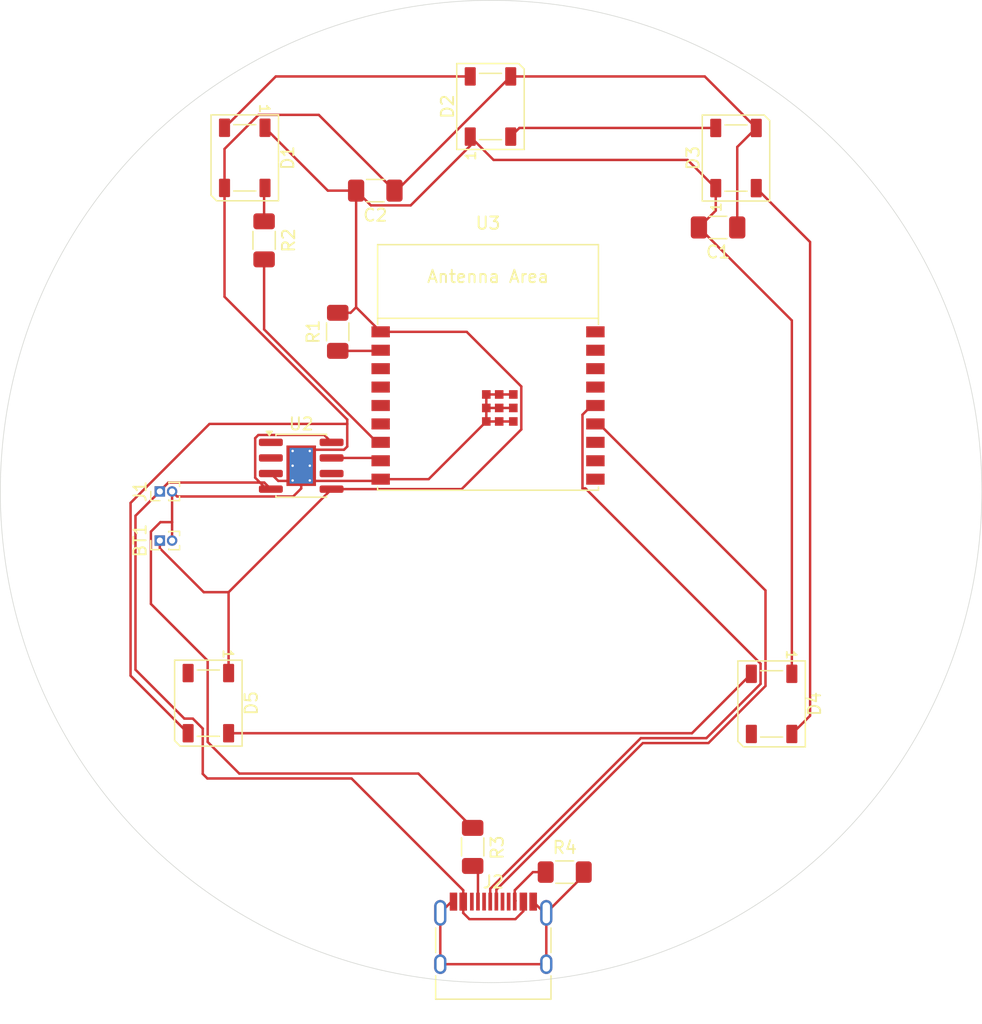
<source format=kicad_pcb>
(kicad_pcb (version 20241229) (generator "pcbnew") (generator_version "9.0")
  (layers (0 "F.Cu" signal) (2 "B.Cu" signal) (13 "F.Paste" user) (15 "B.Paste" user) (5 "F.SilkS" user "F.Silkscreen") (7 "B.SilkS" user "B.Silkscreen") (1 "F.Mask" user) (3 "B.Mask" user) (25 "Edge.Cuts" user))
  (net 0 "")
  (net 1 "/VBAT")
  (net 2 "GND")
  (net 3 "Net-(D1-DOUT)")
  (net 4 "Net-(D1-DIN)")
  (net 5 "Net-(D2-DOUT)")
  (net 6 "Net-(D3-DOUT)")
  (net 7 "Net-(D4-DOUT)")
  (net 9 "/5V_IN")
  (net 10 "/LEDS")
  (net 11 "/CHRG")
  (net 15 "Net-(J2-CC1)")
  (net 16 "/USB_D+")
  (net 18 "Net-(J2-CC2)")
  (net 19 "/USB_D-")
  (net 21 "Net-(U3-EN{slash}CHIP_PU)")
  (footprint "Espressif:ESP32-C3-WROOM-02" (layer "F.Cu") (at 149.75 92.9)
    (property "Reference" "U3" (at 0 -14.75 0) (layer "F.SilkS"))
    (property "Value" "ESP32-C3-WROOM-02")
    (fp_line (start -9 -13) (end -9 -6.5) (stroke (width 0.12)) (layer "F.SilkS"))
    (fp_line (start -9 -13) (end 9 -13) (stroke (width 0.12)) (layer "F.SilkS"))
    (fp_line (start -9 7) (end -9 6.75) (stroke (width 0.12)) (layer "F.SilkS"))
    (fp_line (start 9 -13) (end 9 -6.5) (stroke (width 0.12)) (layer "F.SilkS"))
    (fp_line (start 9 -7) (end -8.95 -7) (stroke (width 0.12)) (layer "F.SilkS"))
    (fp_line (start 9 6.75) (end 9 7) (stroke (width 0.12)) (layer "F.SilkS"))
    (fp_line (start 9 7) (end -9 7) (stroke (width 0.12)) (layer "F.SilkS"))
    (fp_text user "Antenna Area" (at 0 -10.4 0) (layer "F.SilkS"))
    (pad "1" smd rect (at -8.75 -5.9) (size 1.5 0.9) (layers "F.Cu" "F.Mask" "F.Paste") (net 1 "/VBAT"))
    (pad "2" smd rect (at -8.75 -4.4) (size 1.5 0.9) (layers "F.Cu" "F.Mask" "F.Paste") (net 21 "Net-(U3-EN{slash}CHIP_PU)"))
    (pad "3" smd rect (at -8.75 -2.9) (size 1.5 0.9) (layers "F.Cu" "F.Mask" "F.Paste"))
    (pad "4" smd rect (at -8.75 -1.4) (size 1.5 0.9) (layers "F.Cu" "F.Mask" "F.Paste"))
    (pad "5" smd rect (at -8.75 0.1) (size 1.5 0.9) (layers "F.Cu" "F.Mask" "F.Paste"))
    (pad "6" smd rect (at -8.75 1.6) (size 1.5 0.9) (layers "F.Cu" "F.Mask" "F.Paste"))
    (pad "7" smd rect (at -8.75 3.1) (size 1.5 0.9) (layers "F.Cu" "F.Mask" "F.Paste") (net 10 "/LEDS"))
    (pad "8" smd rect (at -8.75 4.6) (size 1.5 0.9) (layers "F.Cu" "F.Mask" "F.Paste") (net 11 "/CHRG"))
    (pad "9" smd rect (at -8.75 6.1) (size 1.5 0.9) (layers "F.Cu" "F.Mask" "F.Paste") (net 2 "GND"))
    (pad "10" smd rect (at 8.75 6.1 180) (size 1.5 0.9) (layers "F.Cu" "F.Mask" "F.Paste"))
    (pad "11" smd rect (at 8.75 4.6 180) (size 1.5 0.9) (layers "F.Cu" "F.Mask" "F.Paste"))
    (pad "12" smd rect (at 8.75 3.1 180) (size 1.5 0.9) (layers "F.Cu" "F.Mask" "F.Paste"))
    (pad "13" smd rect (at 8.75 1.6 180) (size 1.5 0.9) (layers "F.Cu" "F.Mask" "F.Paste") (net 19 "/USB_D-"))
    (pad "14" smd rect (at 8.75 0.1 180) (size 1.5 0.9) (layers "F.Cu" "F.Mask" "F.Paste") (net 16 "/USB_D+"))
    (pad "15" smd rect (at 8.75 -1.4 180) (size 1.5 0.9) (layers "F.Cu" "F.Mask" "F.Paste"))
    (pad "16" smd rect (at 8.75 -2.9 180) (size 1.5 0.9) (layers "F.Cu" "F.Mask" "F.Paste"))
    (pad "17" smd rect (at 8.75 -4.4 180) (size 1.5 0.9) (layers "F.Cu" "F.Mask" "F.Paste"))
    (pad "18" smd rect (at 8.75 -5.9 180) (size 1.5 0.9) (layers "F.Cu" "F.Mask" "F.Paste"))
    (pad "19" smd rect (at -0.14 -0.8 180) (size 0.7 0.7) (layers "F.Cu" "F.Mask" "F.Paste") (net 2 "GND"))
    (pad "19" smd rect (at -0.14 0.3 180) (size 0.7 0.7) (layers "F.Cu" "F.Mask" "F.Paste") (net 2 "GND"))
    (pad "19" smd rect (at -0.14 1.4 180) (size 0.7 0.7) (layers "F.Cu" "F.Mask" "F.Paste") (net 2 "GND"))
    (pad "19" smd rect (at 0.91 -0.8 180) (size 0.7 0.7) (layers "F.Cu" "F.Mask" "F.Paste") (net 2 "GND"))
    (pad "19" smd rect (at 0.91 0.3 180) (size 0.7 0.7) (layers "F.Cu" "F.Mask" "F.Paste") (net 2 "GND"))
    (pad "19" smd rect (at 0.91 1.4 180) (size 0.7 0.7) (layers "F.Cu" "F.Mask" "F.Paste") (net 2 "GND"))
    (pad "19" smd rect (at 2.06 -0.8 180) (size 0.7 0.7) (layers "F.Cu" "F.Mask" "F.Paste") (net 2 "GND"))
    (pad "19" smd rect (at 2.06 0.3 180) (size 0.7 0.7) (layers "F.Cu" "F.Mask" "F.Paste") (net 2 "GND"))
    (pad "19" smd rect (at 2.06 1.4 180) (size 0.7 0.7) (layers "F.Cu" "F.Mask" "F.Paste") (net 2 "GND"))
  )
  (footprint "Connector_PinHeader_1.00mm:PinHeader_1x02_P1.00mm_Vertical" (layer "F.Cu") (at 123 104 90)
    (property "Reference" "BT1" (at 0 -1.61 90) (layer "F.SilkS"))
    (property "Value" "Battery_Cell")
    (fp_line (start -0.745 -0.735) (end 0 -0.735) (stroke (width 0.12)) (layer "F.SilkS"))
    (fp_line (start -0.745 0) (end -0.745 -0.735) (stroke (width 0.12)) (layer "F.SilkS"))
    (fp_line (start 0.745 0.735) (end 0.745 1.61) (stroke (width 0.12)) (layer "F.SilkS"))
    (fp_line (start 0.685565 0.735) (end 0.745 0.735) (stroke (width 0.12)) (layer "F.SilkS"))
    (fp_line (start -0.745 0.735) (end -0.685565 0.735) (stroke (width 0.12)) (layer "F.SilkS"))
    (fp_line (start -0.745 0.735) (end -0.745 1.61) (stroke (width 0.12)) (layer "F.SilkS"))
    (fp_line (start 0.41003 1.61) (end 0.745 1.61) (stroke (width 0.12)) (layer "F.SilkS"))
    (fp_line (start -0.745 1.61) (end -0.41003 1.61) (stroke (width 0.12)) (layer "F.SilkS"))
    (pad "1" thru_hole rect (at 0 0 90) (size 0.85 0.85) (drill 0.5) (layers "*.Cu" "*.Mask") (net 1 "/VBAT"))
    (pad "2" thru_hole circle (at 0 1 90) (size 0.85 0.85) (drill 0.5) (layers "*.Cu" "*.Mask") (net 2 "GND"))
  )
  (footprint "Capacitor_SMD:C_1206_3216Metric_Pad1.33x1.80mm_HandSolder" (layer "F.Cu") (at 168.5 78.5)
    (property "Reference" "C1" (at 0 2 0) (layer "F.SilkS"))
    (property "Value" "100nF" (hide yes))
    (fp_line (start -0.711252 -0.91) (end 0.711252 -0.91) (stroke (width 0.12)) (layer "F.SilkS"))
    (fp_line (start -0.711252 0.91) (end 0.711252 0.91) (stroke (width 0.12)) (layer "F.SilkS"))
    (pad "1" smd roundrect (at -1.5625 0) (size 1.325 1.8) (layers "F.Cu" "F.Mask" "F.Paste") (roundrect_rratio 0.188679) (net 1 "/VBAT"))
    (pad "2" smd roundrect (at 1.5625 0) (size 1.325 1.8) (layers "F.Cu" "F.Mask" "F.Paste") (roundrect_rratio 0.188679) (net 2 "GND"))
  )
  (footprint "LED_SMD:LED_WS2812B_PLCC4_5.0x5.0mm_P3.2mm" (layer "F.Cu") (at 169.960488 72.845884 90)
    (property "Reference" "D3" (at 0 -3.5 90) (layer "F.SilkS"))
    (property "Value" "WS2812B")
    (fp_line (start -3.5 -2.75) (end 3.5 -2.75) (stroke (width 0.12)) (layer "F.SilkS"))
    (fp_line (start -3.5 -2.75) (end -3.5 2.75) (stroke (width 0.12)) (layer "F.SilkS"))
    (fp_line (start 2.7 0.9) (end 2.7 -0.9) (stroke (width 0.12)) (layer "F.SilkS"))
    (fp_line (start -2.7 0.9) (end -2.7 -0.9) (stroke (width 0.12)) (layer "F.SilkS"))
    (fp_line (start 3.5 2.3) (end 3.5 -2.75) (stroke (width 0.12)) (layer "F.SilkS"))
    (fp_line (start 3.05 2.75) (end 3.5 2.3) (stroke (width 0.12)) (layer "F.SilkS"))
    (fp_line (start -3.5 2.75) (end 3.05 2.75) (stroke (width 0.12)) (layer "F.SilkS"))
    (fp_text user "1" (at -4 -1.6 90) (layer "F.SilkS") (effects (font (size 0.8 0.8))))
    (pad "1" smd roundrect (at -2.45 -1.65 90) (size 1.5 0.9) (layers "F.Cu" "F.Mask" "F.Paste") (roundrect_rratio 0.1) (net 1 "/VBAT"))
    (pad "2" smd roundrect (at -2.45 1.65 90) (size 1.5 0.9) (layers "F.Cu" "F.Mask" "F.Paste") (roundrect_rratio 0.1) (net 6 "Net-(D3-DOUT)"))
    (pad "3" smd roundrect (at 2.45 1.65 90) (size 1.5 0.9) (layers "F.Cu" "F.Mask" "F.Paste") (roundrect_rratio 0.1) (net 2 "GND"))
    (pad "4" smd roundrect (at 2.45 -1.65 90) (size 1.5 0.9) (layers "F.Cu" "F.Mask" "F.Paste") (roundrect_rratio 0.1) (net 5 "Net-(D2-DOUT)"))
  )
  (footprint "Package_SO:SOIC-8-1EP_3.9x4.9mm_P1.27mm_EP2.41x3.3mm_ThermalVias" (layer "F.Cu") (at 134.525 97.905)
    (property "Reference" "U2" (at 0 -3.4 0) (layer "F.SilkS"))
    (property "Value" "TP4056-42-ESOP8")
    (fp_line (start -2.06 -2.56) (end 2.06 -2.56) (stroke (width 0.12)) (layer "F.SilkS"))
    (fp_line (start -2.06 -2.465) (end -2.06 -2.56) (stroke (width 0.12)) (layer "F.SilkS"))
    (fp_line (start -2.06 2.56) (end -2.06 2.465) (stroke (width 0.12)) (layer "F.SilkS"))
    (fp_line (start 2.06 -2.56) (end 2.06 -2.465) (stroke (width 0.12)) (layer "F.SilkS"))
    (fp_line (start 2.06 2.465) (end 2.06 2.56) (stroke (width 0.12)) (layer "F.SilkS"))
    (fp_line (start 2.06 2.56) (end -2.06 2.56) (stroke (width 0.12)) (layer "F.SilkS"))
    (fp_poly (pts (xy -2.6 -2.47) (xy -2.84 -2.8) (xy -2.36 -2.8)) (stroke (width 0.12)) (fill yes) (layer "F.SilkS"))
    (pad "1" smd roundrect (at -2.475 -1.905) (size 1.95 0.6) (layers "F.Cu" "F.Mask" "F.Paste"))
    (pad "2" smd roundrect (at -2.475 -0.635) (size 1.95 0.6) (layers "F.Cu" "F.Mask" "F.Paste"))
    (pad "3" smd roundrect (at -2.475 0.635) (size 1.95 0.6) (layers "F.Cu" "F.Mask" "F.Paste") (net 2 "GND"))
    (pad "4" smd roundrect (at -2.475 1.905) (size 1.95 0.6) (layers "F.Cu" "F.Mask" "F.Paste") (net 9 "/5V_IN"))
    (pad "5" smd roundrect (at 2.475 1.905) (size 1.95 0.6) (layers "F.Cu" "F.Mask" "F.Paste") (net 1 "/VBAT"))
    (pad "6" smd roundrect (at 2.475 0.635) (size 1.95 0.6) (layers "F.Cu" "F.Mask" "F.Paste"))
    (pad "7" smd roundrect (at 2.475 -0.635) (size 1.95 0.6) (layers "F.Cu" "F.Mask" "F.Paste") (net 11 "/CHRG"))
    (pad "8" smd roundrect (at 2.475 -1.905) (size 1.95 0.6) (layers "F.Cu" "F.Mask" "F.Paste") (net 9 "/5V_IN"))
    (pad "9" thru_hole circle (at -0.7 -1.2) (size 0.5 0.5) (drill 0.2) (property pad_prop_heatsink) (layers "*.Cu") (net 2 "GND"))
    (pad "9" thru_hole circle (at -0.7 0) (size 0.5 0.5) (drill 0.2) (property pad_prop_heatsink) (layers "*.Cu") (net 2 "GND"))
    (pad "9" thru_hole circle (at -0.7 1.2) (size 0.5 0.5) (drill 0.2) (property pad_prop_heatsink) (layers "*.Cu") (net 2 "GND"))
    (pad "9" smd rect (at 0 0) (size 1.9 2.9) (property pad_prop_heatsink) (layers "B.Cu") (net 2 "GND"))
    (pad "9" smd rect (at 0 0) (size 2.41 3.3) (property pad_prop_heatsink) (layers "F.Cu" "F.Mask") (net 2 "GND"))
    (pad "9" thru_hole circle (at 0.7 -1.2) (size 0.5 0.5) (drill 0.2) (property pad_prop_heatsink) (layers "*.Cu") (net 2 "GND"))
    (pad "9" thru_hole circle (at 0.7 0) (size 0.5 0.5) (drill 0.2) (property pad_prop_heatsink) (layers "*.Cu") (net 2 "GND"))
    (pad "9" thru_hole circle (at 0.7 1.2) (size 0.5 0.5) (drill 0.2) (property pad_prop_heatsink) (layers "*.Cu") (net 2 "GND"))
  )
  (footprint "Resistor_SMD:R_1206_3216Metric_Pad1.30x1.75mm_HandSolder" (layer "F.Cu") (at 131.5 79.55 90)
    (property "Reference" "R2" (at 0 2 90) (layer "F.SilkS"))
    (property "Value" "330Ω" (hide yes))
    (fp_line (start -0.727064 -0.91) (end 0.727064 -0.91) (stroke (width 0.12)) (layer "F.SilkS"))
    (fp_line (start -0.727064 0.91) (end 0.727064 0.91) (stroke (width 0.12)) (layer "F.SilkS"))
    (pad "1" smd roundrect (at -1.55 0 90) (size 1.3 1.75) (layers "F.Cu" "F.Mask" "F.Paste") (roundrect_rratio 0.192308) (net 10 "/LEDS"))
    (pad "2" smd roundrect (at 1.55 0 90) (size 1.3 1.75) (layers "F.Cu" "F.Mask" "F.Paste") (roundrect_rratio 0.192308) (net 4 "Net-(D1-DIN)"))
  )
  (footprint "LED_SMD:LED_WS2812B_PLCC4_5.0x5.0mm_P3.2mm" (layer "F.Cu") (at 129.923864 72.829689 -90)
    (property "Reference" "D1" (at 0 -3.5 90) (layer "F.SilkS"))
    (property "Value" "WS2812B")
    (fp_line (start -3.5 2.75) (end 3.05 2.75) (stroke (width 0.12)) (layer "F.SilkS"))
    (fp_line (start 3.05 2.75) (end 3.5 2.3) (stroke (width 0.12)) (layer "F.SilkS"))
    (fp_line (start 3.5 2.3) (end 3.5 -2.75) (stroke (width 0.12)) (layer "F.SilkS"))
    (fp_line (start -2.7 0.9) (end -2.7 -0.9) (stroke (width 0.12)) (layer "F.SilkS"))
    (fp_line (start 2.7 0.9) (end 2.7 -0.9) (stroke (width 0.12)) (layer "F.SilkS"))
    (fp_line (start -3.5 -2.75) (end -3.5 2.75) (stroke (width 0.12)) (layer "F.SilkS"))
    (fp_line (start -3.5 -2.75) (end 3.5 -2.75) (stroke (width 0.12)) (layer "F.SilkS"))
    (fp_text user "1" (at -4 -1.6 270) (layer "F.SilkS") (effects (font (size 0.8 0.8))))
    (pad "1" smd roundrect (at -2.45 -1.65 270) (size 1.5 0.9) (layers "F.Cu" "F.Mask" "F.Paste") (roundrect_rratio 0.1) (net 1 "/VBAT"))
    (pad "2" smd roundrect (at -2.45 1.65 270) (size 1.5 0.9) (layers "F.Cu" "F.Mask" "F.Paste") (roundrect_rratio 0.1) (net 3 "Net-(D1-DOUT)"))
    (pad "3" smd roundrect (at 2.45 1.65 270) (size 1.5 0.9) (layers "F.Cu" "F.Mask" "F.Paste") (roundrect_rratio 0.1) (net 2 "GND"))
    (pad "4" smd roundrect (at 2.45 -1.65 270) (size 1.5 0.9) (layers "F.Cu" "F.Mask" "F.Paste") (roundrect_rratio 0.1) (net 4 "Net-(D1-DIN)"))
  )
  (footprint "LED_SMD:LED_WS2812B_PLCC4_5.0x5.0mm_P3.2mm" (layer "F.Cu") (at 149.95 68.65 90)
    (property "Reference" "D2" (at 0 -3.5 90) (layer "F.SilkS"))
    (property "Value" "WS2812B")
    (fp_line (start -3.5 -2.75) (end 3.5 -2.75) (stroke (width 0.12)) (layer "F.SilkS"))
    (fp_line (start -3.5 -2.75) (end -3.5 2.75) (stroke (width 0.12)) (layer "F.SilkS"))
    (fp_line (start 2.7 0.9) (end 2.7 -0.9) (stroke (width 0.12)) (layer "F.SilkS"))
    (fp_line (start -2.7 0.9) (end -2.7 -0.9) (stroke (width 0.12)) (layer "F.SilkS"))
    (fp_line (start 3.5 2.3) (end 3.5 -2.75) (stroke (width 0.12)) (layer "F.SilkS"))
    (fp_line (start 3.05 2.75) (end 3.5 2.3) (stroke (width 0.12)) (layer "F.SilkS"))
    (fp_line (start -3.5 2.75) (end 3.05 2.75) (stroke (width 0.12)) (layer "F.SilkS"))
    (fp_text user "1" (at -4 -1.6 90) (layer "F.SilkS") (effects (font (size 0.8 0.8))))
    (pad "1" smd roundrect (at -2.45 -1.65 90) (size 1.5 0.9) (layers "F.Cu" "F.Mask" "F.Paste") (roundrect_rratio 0.1) (net 1 "/VBAT"))
    (pad "2" smd roundrect (at -2.45 1.65 90) (size 1.5 0.9) (layers "F.Cu" "F.Mask" "F.Paste") (roundrect_rratio 0.1) (net 5 "Net-(D2-DOUT)"))
    (pad "3" smd roundrect (at 2.45 1.65 90) (size 1.5 0.9) (layers "F.Cu" "F.Mask" "F.Paste") (roundrect_rratio 0.1) (net 2 "GND"))
    (pad "4" smd roundrect (at 2.45 -1.65 90) (size 1.5 0.9) (layers "F.Cu" "F.Mask" "F.Paste") (roundrect_rratio 0.1) (net 3 "Net-(D1-DOUT)"))
  )
  (footprint "Connector_USB:USB_C_Receptacle_HRO_TYPE-C-31-M-12" (layer "F.Cu") (at 150.18 137.45)
    (property "Reference" "J2" (at 0 -5.645 0) (layer "F.SilkS"))
    (property "Value" "USB_C_Receptacle_USB2.0_14P")
    (fp_line (start -4.7 -1.9) (end -4.7 0.1) (stroke (width 0.12)) (layer "F.SilkS"))
    (fp_line (start -4.7 2) (end -4.7 3.9) (stroke (width 0.12)) (layer "F.SilkS"))
    (fp_line (start -4.7 3.9) (end 4.7 3.9) (stroke (width 0.12)) (layer "F.SilkS"))
    (fp_line (start 4.7 -1.9) (end 4.7 0.1) (stroke (width 0.12)) (layer "F.SilkS"))
    (fp_line (start 4.7 2) (end 4.7 3.9) (stroke (width 0.12)) (layer "F.SilkS"))
    (pad "" np_thru_hole circle (at -2.89 -2.6) (size 0.65 0.65) (drill 0.65) (layers "*.Cu" "*.Mask"))
    (pad "" np_thru_hole circle (at 2.89 -2.6) (size 0.65 0.65) (drill 0.65) (layers "*.Cu" "*.Mask"))
    (pad "A1" smd rect (at -3.25 -4.045) (size 0.6 1.45) (layers "F.Cu" "F.Mask" "F.Paste") (net 2 "GND"))
    (pad "A4" smd rect (at -2.45 -4.045) (size 0.6 1.45) (layers "F.Cu" "F.Mask" "F.Paste") (net 9 "/5V_IN"))
    (pad "A5" smd rect (at -1.25 -4.045) (size 0.3 1.45) (layers "F.Cu" "F.Mask" "F.Paste") (net 15 "Net-(J2-CC1)"))
    (pad "A6" smd rect (at -0.25 -4.045) (size 0.3 1.45) (layers "F.Cu" "F.Mask" "F.Paste") (net 16 "/USB_D+"))
    (pad "A7" smd rect (at 0.25 -4.045) (size 0.3 1.45) (layers "F.Cu" "F.Mask" "F.Paste") (net 19 "/USB_D-"))
    (pad "A8" smd rect (at 1.25 -4.045) (size 0.3 1.45) (layers "F.Cu" "F.Mask" "F.Paste"))
    (pad "A9" smd rect (at 2.45 -4.045) (size 0.6 1.45) (layers "F.Cu" "F.Mask" "F.Paste") (net 9 "/5V_IN"))
    (pad "A12" smd rect (at 3.25 -4.045) (size 0.6 1.45) (layers "F.Cu" "F.Mask" "F.Paste") (net 2 "GND"))
    (pad "B1" smd rect (at 3.25 -4.045) (size 0.6 1.45) (layers "F.Cu" "F.Mask" "F.Paste") (net 2 "GND"))
    (pad "B4" smd rect (at 2.45 -4.045) (size 0.6 1.45) (layers "F.Cu" "F.Mask" "F.Paste") (net 9 "/5V_IN"))
    (pad "B5" smd rect (at 1.75 -4.045) (size 0.3 1.45) (layers "F.Cu" "F.Mask" "F.Paste") (net 18 "Net-(J2-CC2)"))
    (pad "B6" smd rect (at 0.75 -4.045) (size 0.3 1.45) (layers "F.Cu" "F.Mask" "F.Paste"))
    (pad "B7" smd rect (at -0.75 -4.045) (size 0.3 1.45) (layers "F.Cu" "F.Mask" "F.Paste"))
    (pad "B8" smd rect (at -1.75 -4.045) (size 0.3 1.45) (layers "F.Cu" "F.Mask" "F.Paste"))
    (pad "B9" smd rect (at -2.45 -4.045) (size 0.6 1.45) (layers "F.Cu" "F.Mask" "F.Paste") (net 9 "/5V_IN"))
    (pad "B12" smd rect (at -3.25 -4.045) (size 0.6 1.45) (layers "F.Cu" "F.Mask" "F.Paste") (net 2 "GND"))
    (pad "S1" thru_hole oval (at -4.32 -3.13) (size 1 2.1) (drill oval 0.6 1.7) (property pad_prop_heatsink) (layers "*.Cu" "*.Mask") (net 2 "GND"))
    (pad "S1" thru_hole oval (at -4.32 1.05) (size 1 1.6) (drill oval 0.6 1.2) (property pad_prop_heatsink) (layers "*.Cu" "*.Mask") (net 2 "GND"))
    (pad "S1" thru_hole oval (at 4.32 -3.13) (size 1 2.1) (drill oval 0.6 1.7) (property pad_prop_heatsink) (layers "*.Cu" "*.Mask") (net 2 "GND"))
    (pad "S1" thru_hole oval (at 4.32 1.05) (size 1 1.6) (drill oval 0.6 1.2) (property pad_prop_heatsink) (layers "*.Cu" "*.Mask") (net 2 "GND"))
  )
  (footprint "LED_SMD:LED_WS2812B_PLCC4_5.0x5.0mm_P3.2mm" (layer "F.Cu") (at 126.956373 117.240339 -90)
    (property "Reference" "D5" (at 0 -3.5 90) (layer "F.SilkS"))
    (property "Value" "WS2812B")
    (fp_line (start -3.5 2.75) (end 3.05 2.75) (stroke (width 0.12)) (layer "F.SilkS"))
    (fp_line (start 3.05 2.75) (end 3.5 2.3) (stroke (width 0.12)) (layer "F.SilkS"))
    (fp_line (start 3.5 2.3) (end 3.5 -2.75) (stroke (width 0.12)) (layer "F.SilkS"))
    (fp_line (start -2.7 0.9) (end -2.7 -0.9) (stroke (width 0.12)) (layer "F.SilkS"))
    (fp_line (start 2.7 0.9) (end 2.7 -0.9) (stroke (width 0.12)) (layer "F.SilkS"))
    (fp_line (start -3.5 -2.75) (end -3.5 2.75) (stroke (width 0.12)) (layer "F.SilkS"))
    (fp_line (start -3.5 -2.75) (end 3.5 -2.75) (stroke (width 0.12)) (layer "F.SilkS"))
    (fp_text user "1" (at -4 -1.6 270) (layer "F.SilkS") (effects (font (size 0.8 0.8))))
    (pad "1" smd roundrect (at -2.45 -1.65 270) (size 1.5 0.9) (layers "F.Cu" "F.Mask" "F.Paste") (roundrect_rratio 0.1) (net 1 "/VBAT"))
    (pad "2" smd roundrect (at -2.45 1.65 270) (size 1.5 0.9) (layers "F.Cu" "F.Mask" "F.Paste") (roundrect_rratio 0.1))
    (pad "3" smd roundrect (at 2.45 1.65 270) (size 1.5 0.9) (layers "F.Cu" "F.Mask" "F.Paste") (roundrect_rratio 0.1) (net 2 "GND"))
    (pad "4" smd roundrect (at 2.45 -1.65 270) (size 1.5 0.9) (layers "F.Cu" "F.Mask" "F.Paste") (roundrect_rratio 0.1) (net 7 "Net-(D4-DOUT)"))
  )
  (footprint "Resistor_SMD:R_1206_3216Metric_Pad1.30x1.75mm_HandSolder" (layer "F.Cu") (at 156 131)
    (property "Reference" "R4" (at 0 -2 180) (layer "F.SilkS"))
    (property "Value" "5.1k" (hide yes))
    (fp_line (start -0.727064 -0.91) (end 0.727064 -0.91) (stroke (width 0.12)) (layer "F.SilkS"))
    (fp_line (start -0.727064 0.91) (end 0.727064 0.91) (stroke (width 0.12)) (layer "F.SilkS"))
    (pad "1" smd roundrect (at -1.55 0) (size 1.3 1.75) (layers "F.Cu" "F.Mask" "F.Paste") (roundrect_rratio 0.192308) (net 18 "Net-(J2-CC2)"))
    (pad "2" smd roundrect (at 1.55 0) (size 1.3 1.75) (layers "F.Cu" "F.Mask" "F.Paste") (roundrect_rratio 0.192308) (net 2 "GND"))
  )
  (footprint "Resistor_SMD:R_1206_3216Metric_Pad1.30x1.75mm_HandSolder" (layer "F.Cu") (at 137.5 87 -90)
    (property "Reference" "R1" (at 0 2 90) (layer "F.SilkS"))
    (property "Value" "10kΩ" (hide yes))
    (fp_line (start -0.727064 0.91) (end 0.727064 0.91) (stroke (width 0.12)) (layer "F.SilkS"))
    (fp_line (start -0.727064 -0.91) (end 0.727064 -0.91) (stroke (width 0.12)) (layer "F.SilkS"))
    (pad "1" smd roundrect (at -1.55 0 270) (size 1.3 1.75) (layers "F.Cu" "F.Mask" "F.Paste") (roundrect_rratio 0.192308) (net 1 "/VBAT"))
    (pad "2" smd roundrect (at 1.55 0 270) (size 1.3 1.75) (layers "F.Cu" "F.Mask" "F.Paste") (roundrect_rratio 0.192308) (net 21 "Net-(U3-EN{slash}CHIP_PU)"))
  )
  (footprint "LED_SMD:LED_WS2812B_PLCC4_5.0x5.0mm_P3.2mm" (layer "F.Cu") (at 172.862501 117.300309 -90)
    (property "Reference" "D4" (at 0 -3.5 90) (layer "F.SilkS"))
    (property "Value" "WS2812B")
    (fp_line (start -3.5 2.75) (end 3.05 2.75) (stroke (width 0.12)) (layer "F.SilkS"))
    (fp_line (start 3.05 2.75) (end 3.5 2.3) (stroke (width 0.12)) (layer "F.SilkS"))
    (fp_line (start 3.5 2.3) (end 3.5 -2.75) (stroke (width 0.12)) (layer "F.SilkS"))
    (fp_line (start -2.7 0.9) (end -2.7 -0.9) (stroke (width 0.12)) (layer "F.SilkS"))
    (fp_line (start 2.7 0.9) (end 2.7 -0.9) (stroke (width 0.12)) (layer "F.SilkS"))
    (fp_line (start -3.5 -2.75) (end -3.5 2.75) (stroke (width 0.12)) (layer "F.SilkS"))
    (fp_line (start -3.5 -2.75) (end 3.5 -2.75) (stroke (width 0.12)) (layer "F.SilkS"))
    (fp_text user "1" (at -4 -1.6 270) (layer "F.SilkS") (effects (font (size 0.8 0.8))))
    (pad "1" smd roundrect (at -2.45 -1.65 270) (size 1.5 0.9) (layers "F.Cu" "F.Mask" "F.Paste") (roundrect_rratio 0.1) (net 1 "/VBAT"))
    (pad "2" smd roundrect (at -2.45 1.65 270) (size 1.5 0.9) (layers "F.Cu" "F.Mask" "F.Paste") (roundrect_rratio 0.1) (net 7 "Net-(D4-DOUT)"))
    (pad "3" smd roundrect (at 2.45 1.65 270) (size 1.5 0.9) (layers "F.Cu" "F.Mask" "F.Paste") (roundrect_rratio 0.1) (net 2 "GND"))
    (pad "4" smd roundrect (at 2.45 -1.65 270) (size 1.5 0.9) (layers "F.Cu" "F.Mask" "F.Paste") (roundrect_rratio 0.1) (net 6 "Net-(D3-DOUT)"))
  )
  (footprint "Resistor_SMD:R_1206_3216Metric_Pad1.30x1.75mm_HandSolder" (layer "F.Cu") (at 148.5 128.95 90)
    (property "Reference" "R3" (at -0.05 2 90) (layer "F.SilkS"))
    (property "Value" "5.1k" (hide yes))
    (fp_line (start -0.727064 -0.91) (end 0.727064 -0.91) (stroke (width 0.12)) (layer "F.SilkS"))
    (fp_line (start -0.727064 0.91) (end 0.727064 0.91) (stroke (width 0.12)) (layer "F.SilkS"))
    (pad "1" smd roundrect (at -1.55 0 90) (size 1.3 1.75) (layers "F.Cu" "F.Mask" "F.Paste") (roundrect_rratio 0.192308) (net 15 "Net-(J2-CC1)"))
    (pad "2" smd roundrect (at 1.55 0 90) (size 1.3 1.75) (layers "F.Cu" "F.Mask" "F.Paste") (roundrect_rratio 0.192308) (net 2 "GND"))
  )
  (footprint "Capacitor_SMD:C_1206_3216Metric_Pad1.33x1.80mm_HandSolder" (layer "F.Cu") (at 140.5625 75.5)
    (property "Reference" "C2" (at 0 2 0) (layer "F.SilkS"))
    (property "Value" "100nF" (hide yes))
    (fp_line (start -0.711252 -0.91) (end 0.711252 -0.91) (stroke (width 0.12)) (layer "F.SilkS"))
    (fp_line (start -0.711252 0.91) (end 0.711252 0.91) (stroke (width 0.12)) (layer "F.SilkS"))
    (pad "1" smd roundrect (at -1.5625 0) (size 1.325 1.8) (layers "F.Cu" "F.Mask" "F.Paste") (roundrect_rratio 0.188679) (net 1 "/VBAT"))
    (pad "2" smd roundrect (at 1.5625 0) (size 1.325 1.8) (layers "F.Cu" "F.Mask" "F.Paste") (roundrect_rratio 0.188679) (net 2 "GND"))
  )
  (footprint "Connector_PinHeader_1.00mm:PinHeader_1x02_P1.00mm_Vertical" (layer "F.Cu") (at 123 100 90)
    (property "Reference" "J1" (at 0 -1.61 90) (layer "F.SilkS"))
    (property "Value" "Qi_Reciever")
    (fp_line (start -0.745 -0.735) (end 0 -0.735) (stroke (width 0.12)) (layer "F.SilkS"))
    (fp_line (start -0.745 0) (end -0.745 -0.735) (stroke (width 0.12)) (layer "F.SilkS"))
    (fp_line (start 0.745 0.735) (end 0.745 1.61) (stroke (width 0.12)) (layer "F.SilkS"))
    (fp_line (start 0.685565 0.735) (end 0.745 0.735) (stroke (width 0.12)) (layer "F.SilkS"))
    (fp_line (start -0.745 0.735) (end -0.685565 0.735) (stroke (width 0.12)) (layer "F.SilkS"))
    (fp_line (start -0.745 0.735) (end -0.745 1.61) (stroke (width 0.12)) (layer "F.SilkS"))
    (fp_line (start 0.41003 1.61) (end 0.745 1.61) (stroke (width 0.12)) (layer "F.SilkS"))
    (fp_line (start -0.745 1.61) (end -0.41003 1.61) (stroke (width 0.12)) (layer "F.SilkS"))
    (pad "1" thru_hole rect (at 0 0 90) (size 0.85 0.85) (drill 0.5) (layers "*.Cu" "*.Mask") (net 9 "/5V_IN"))
    (pad "2" thru_hole circle (at 0 1 90) (size 0.85 0.85) (drill 0.5) (layers "*.Cu" "*.Mask") (net 2 "GND"))
  )
  (gr_circle (center 150 100) (end 190 100) (stroke (width 0.05)) (fill no) (layer "Edge.Cuts"))
  (segment (start 166.9375 78.5) (end 174.512501 86.075001) (width 0.2) (layer "F.Cu") (net 1))
  (segment (start 139 85) (end 141 87) (width 0.2) (layer "F.Cu") (net 1))
  (segment (start 143.448999 76.701) (end 148.3 71.849999) (width 0.2) (layer "F.Cu") (net 1))
  (segment (start 150.2 73) (end 166.014604 73) (width 0.2) (layer "F.Cu") (net 1))
  (segment (start 138.55 85.45) (end 139 85) (width 0.2) (layer "F.Cu") (net 1))
  (segment (start 139 75.5) (end 140.201 76.701) (width 0.2) (layer "F.Cu") (net 1))
  (segment (start 166.014604 73) (end 168.310488 75.295884) (width 0.2) (layer "F.Cu") (net 1))
  (segment (start 168.310488 75.295884) (end 168.310488 77.127012) (width 0.2) (layer "F.Cu") (net 1))
  (segment (start 174.512501 86.075001) (end 174.512501 114.850309) (width 0.2) (layer "F.Cu") (net 1))
  (segment (start 139 75.5) (end 139 85) (width 0.2) (layer "F.Cu") (net 1))
  (segment (start 152.461 94.951) (end 152.461 91.449) (width 0.2) (layer "F.Cu") (net 1))
  (segment (start 148.012 87) (end 141 87) (width 0.2) (layer "F.Cu") (net 1))
  (segment (start 168.310488 77.127012) (end 166.9375 78.5) (width 0.2) (layer "F.Cu") (net 1))
  (segment (start 152.461 91.449) (end 148.012 87) (width 0.2) (layer "F.Cu") (net 1))
  (segment (start 147.602 99.81) (end 152.461 94.951) (width 0.2) (layer "F.Cu") (net 1))
  (segment (start 131.573864 70.379689) (end 136.694175 75.5) (width 0.2) (layer "F.Cu") (net 1))
  (segment (start 148.3 71.849999) (end 148.3 71.1) (width 0.2) (layer "F.Cu") (net 1))
  (segment (start 136.694175 75.5) (end 139 75.5) (width 0.2) (layer "F.Cu") (net 1))
  (segment (start 140.201 76.701) (end 143.448999 76.701) (width 0.2) (layer "F.Cu") (net 1))
  (segment (start 123 104) (end 123 104.625) (width 0.2) (layer "F.Cu") (net 1))
  (segment (start 137.5 85.45) (end 138.55 85.45) (width 0.2) (layer "F.Cu") (net 1))
  (segment (start 128.606373 108.203627) (end 128.606373 114.790339) (width 0.2) (layer "F.Cu") (net 1))
  (segment (start 137 99.81) (end 147.602 99.81) (width 0.2) (layer "F.Cu") (net 1))
  (segment (start 123 104.625) (end 126.578627 108.203627) (width 0.2) (layer "F.Cu") (net 1))
  (segment (start 126.578627 108.203627) (end 128.606373 108.203627) (width 0.2) (layer "F.Cu") (net 1))
  (segment (start 137 99.81) (end 128.606373 108.203627) (width 0.2) (layer "F.Cu") (net 1))
  (segment (start 148.3 71.1) (end 150.2 73) (width 0.2) (layer "F.Cu") (net 1))
  (segment (start 129.474 122.974) (end 126.901 120.401) (width 0.2) (layer "F.Cu") (net 2))
  (segment (start 138.276 94.5) (end 138.276 94.1451) (width 0.2) (layer "F.Cu") (net 2))
  (segment (start 124 100) (end 124.411 100.411) (width 0.2) (layer "F.Cu") (net 2))
  (segment (start 148.5 127.4) (end 144.074 122.974) (width 0.2) (layer "F.Cu") (net 2))
  (segment (start 150.66 92.1) (end 151.81 92.1) (width 0.2) (layer "F.Cu") (net 2))
  (segment (start 135.953689 69.328689) (end 142.125 75.5) (width 0.2) (layer "F.Cu") (net 2))
  (segment (start 167.414604 66.2) (end 171.610488 70.395884) (width 0.2) (layer "F.Cu") (net 2))
  (segment (start 171.610488 70.395884) (end 170.0625 71.943872) (width 0.2) (layer "F.Cu") (net 2))
  (segment (start 170.0625 71.943872) (end 170.0625 78.5) (width 0.2) (layer "F.Cu") (net 2))
  (segment (start 133.869 100.411) (end 134.525 99.755) (width 0.2) (layer "F.Cu") (net 2))
  (segment (start 154.345 134.32) (end 153.43 133.405) (width 0.2) (layer "F.Cu") (net 2))
  (segment (start 123.048 102.5) (end 124 102.5) (width 0.2) (layer "F.Cu") (net 2))
  (segment (start 120.616034 115) (end 120.616034 100.931966) (width 0.2) (layer "F.Cu") (net 2))
  (segment (start 126.901 120.401) (end 126.901 113.784966) (width 0.2) (layer "F.Cu") (net 2))
  (segment (start 135.329 96.601) (end 138.015968 96.601) (width 0.2) (layer "F.Cu") (net 2))
  (segment (start 142.3 75.5) (end 151.6 66.2) (width 0.2) (layer "F.Cu") (net 2))
  (segment (start 151.6 66.2) (end 167.414604 66.2) (width 0.2) (layer "F.Cu") (net 2))
  (segment (start 138.276 96.340968) (end 138.276 94.5) (width 0.2) (layer "F.Cu") (net 2))
  (segment (start 124.411 100.411) (end 133.869 100.411) (width 0.2) (layer "F.Cu") (net 2))
  (segment (start 124 104) (end 124 102.5) (width 0.2) (layer "F.Cu") (net 2))
  (segment (start 132.05 98.54) (end 132.651 99.141) (width 0.2) (layer "F.Cu") (net 2))
  (segment (start 149.61 94.3) (end 149.61 93.2) (width 0.2) (layer "F.Cu") (net 2))
  (segment (start 154.5 138.5) (end 154.5 134.32) (width 0.2) (layer "F.Cu") (net 2))
  (segment (start 135.225 96.705) (end 135.329 96.601) (width 0.2) (layer "F.Cu") (net 2))
  (segment (start 157.55 131.27) (end 154.5 134.32) (width 0.2) (layer "F.Cu") (net 2))
  (segment (start 146.93 133.405) (end 146.775 133.405) (width 0.2) (layer "F.Cu") (net 2))
  (segment (start 126.901 113.784966) (end 122.274 109.157966) (width 0.2) (layer "F.Cu") (net 2))
  (segment (start 145.86 138.5) (end 154.5 138.5) (width 0.2) (layer "F.Cu") (net 2))
  (segment (start 138.015968 96.601) (end 138.276 96.340968) (width 0.2) (layer "F.Cu") (net 2))
  (segment (start 120.616034 115) (end 125.306373 119.690339) (width 0.2) (layer "F.Cu") (net 2))
  (segment (start 149.61 94.3) (end 150.66 94.3) (width 0.2) (layer "F.Cu") (net 2))
  (segment (start 149.61 93.2) (end 149.61 92.1) (width 0.2) (layer "F.Cu") (net 2))
  (segment (start 150.66 94.3) (end 151.81 94.3) (width 0.2) (layer "F.Cu") (net 2))
  (segment (start 132.651 99.141) (end 140.859 99.141) (width 0.2) (layer "F.Cu") (net 2))
  (segment (start 128.273864 72.104237) (end 131.049412 69.328689) (width 0.2) (layer "F.Cu") (net 2))
  (segment (start 144.91 99) (end 141 99) (width 0.2) (layer "F.Cu") (net 2))
  (segment (start 140.859 99.141) (end 141 99) (width 0.2) (layer "F.Cu") (net 2))
  (segment (start 131.049412 69.328689) (end 135.953689 69.328689) (width 0.2) (layer "F.Cu") (net 2))
  (segment (start 145.86 134.32) (end 145.86 138.5) (width 0.2) (layer "F.Cu") (net 2))
  (segment (start 122.274 109.157966) (end 122.274 103.274) (width 0.2) (layer "F.Cu") (net 2))
  (segment (start 144.074 122.974) (end 129.474 122.974) (width 0.2) (layer "F.Cu") (net 2))
  (segment (start 151.81 93.2) (end 150.66 93.2) (width 0.2) (layer "F.Cu") (net 2))
  (segment (start 149.61 94.3) (end 144.91 99) (width 0.2) (layer "F.Cu") (net 2))
  (segment (start 122.274 103.274) (end 123.048 102.5) (width 0.2) (layer "F.Cu") (net 2))
  (segment (start 128.273864 75.279689) (end 128.273864 72.104237) (width 0.2) (layer "F.Cu") (net 2))
  (segment (start 154.5 134.32) (end 154.345 134.32) (width 0.2) (layer "F.Cu") (net 2))
  (segment (start 140.698 99) (end 141 99) (width 0.2) (layer "F.Cu") (net 2))
  (segment (start 157.55 131) (end 157.55 131.27) (width 0.2) (layer "F.Cu") (net 2))
  (segment (start 150.66 92.1) (end 149.61 92.1) (width 0.2) (layer "F.Cu") (net 2))
  (segment (start 146.775 133.405) (end 145.86 134.32) (width 0.2) (layer "F.Cu") (net 2))
  (segment (start 138.276 94.5) (end 127.048 94.5) (width 0.2) (layer "F.Cu") (net 2))
  (segment (start 127.048 94.5) (end 120.616034 100.931966) (width 0.2) (layer "F.Cu") (net 2))
  (segment (start 124 102.5) (end 124 100) (width 0.2) (layer "F.Cu") (net 2))
  (segment (start 138.276 94.1451) (end 128.273864 84.142964) (width 0.2) (layer "F.Cu") (net 2))
  (segment (start 149.61 93.2) (end 150.66 93.2) (width 0.2) (layer "F.Cu") (net 2))
  (segment (start 134.525 99.755) (end 134.525 97.905) (width 0.2) (layer "F.Cu") (net 2))
  (segment (start 128.273864 84.142964) (end 128.273864 75.279689) (width 0.2) (layer "F.Cu") (net 2))
  (segment (start 142.125 75.5) (end 142.3 75.5) (width 0.2) (layer "F.Cu") (net 2))
  (segment (start 128.273864 70.379689) (end 132.453553 66.2) (width 0.2) (layer "F.Cu") (net 3))
  (segment (start 132.453553 66.2) (end 148.3 66.2) (width 0.2) (layer "F.Cu") (net 3))
  (segment (start 131.5 78) (end 131.5 75.353553) (width 0.2) (layer "F.Cu") (net 4))
  (segment (start 131.5 75.353553) (end 131.573864 75.279689) (width 0.2) (layer "F.Cu") (net 4))
  (segment (start 152.304116 70.395884) (end 168.310488 70.395884) (width 0.2) (layer "F.Cu") (net 5))
  (segment (start 151.6 71.1) (end 152.304116 70.395884) (width 0.2) (layer "F.Cu") (net 5))
  (segment (start 176 118.26281) (end 174.512501 119.750309) (width 0.2) (layer "F.Cu") (net 6))
  (segment (start 176 79.685396) (end 176 118.26281) (width 0.2) (layer "F.Cu") (net 6))
  (segment (start 171.610488 75.295884) (end 176 79.685396) (width 0.2) (layer "F.Cu") (net 6))
  (segment (start 171.212501 114.850309) (end 166.372471 119.690339) (width 0.2) (layer "F.Cu") (net 7))
  (segment (start 166.372471 119.690339) (end 128.606373 119.690339) (width 0.2) (layer "F.Cu") (net 7))
  (segment (start 121.017034 114.517034) (end 121.017034 101.982966) (width 0.2) (layer "F.Cu") (net 9))
  (segment (start 147.73 132.48) (end 147.73 133.405) (width 0.2) (layer "F.Cu") (net 9))
  (segment (start 126.5 123) (end 126.875 123.375) (width 0.2) (layer "F.Cu") (net 9))
  (segment (start 125 118.5) (end 121.017034 114.517034) (width 0.2) (layer "F.Cu") (net 9))
  (segment (start 131.034032 95.399) (end 136.399 95.399) (width 0.2) (layer "F.Cu") (net 9))
  (segment (start 147.73 134.33) (end 148.232 134.832) (width 0.2) (layer "F.Cu") (net 9))
  (segment (start 130.774 95.659032) (end 131.034032 95.399) (width 0.2) (layer "F.Cu") (net 9))
  (segment (start 126.875 123.375) (end 138.625 123.375) (width 0.2) (layer "F.Cu") (net 9))
  (segment (start 151.98 134.832) (end 152.63 134.182) (width 0.2) (layer "F.Cu") (net 9))
  (segment (start 136.399 95.399) (end 137 96) (width 0.2) (layer "F.Cu") (net 9))
  (segment (start 121.017034 101.982966) (end 123 100) (width 0.2) (layer "F.Cu") (net 9))
  (segment (start 130.774 98.880968) (end 130.774 95.659032) (width 0.2) (layer "F.Cu") (net 9))
  (segment (start 123.69928 99.274) (end 131.514 99.274) (width 0.2) (layer "F.Cu") (net 9))
  (segment (start 148.232 134.832) (end 151.98 134.832) (width 0.2) (layer "F.Cu") (net 9))
  (segment (start 125.691486 118.5) (end 125 118.5) (width 0.2) (layer "F.Cu") (net 9))
  (segment (start 123 100) (end 123 99.97328) (width 0.2) (layer "F.Cu") (net 9))
  (segment (start 126.5 123) (end 126.5 119.308514) (width 0.2) (layer "F.Cu") (net 9))
  (segment (start 131.703032 99.81) (end 130.774 98.880968) (width 0.2) (layer "F.Cu") (net 9))
  (segment (start 126.5 119.308514) (end 125.691486 118.5) (width 0.2) (layer "F.Cu") (net 9))
  (segment (start 138.625 123.375) (end 147.73 132.48) (width 0.2) (layer "F.Cu") (net 9))
  (segment (start 152.63 134.182) (end 152.63 133.405) (width 0.2) (layer "F.Cu") (net 9))
  (segment (start 132.05 99.81) (end 131.703032 99.81) (width 0.2) (layer "F.Cu") (net 9))
  (segment (start 123 99.97328) (end 123.69928 99.274) (width 0.2) (layer "F.Cu") (net 9))
  (segment (start 131.514 99.274) (end 132.05 99.81) (width 0.2) (layer "F.Cu") (net 9))
  (segment (start 147.73 133.405) (end 147.73 134.33) (width 0.2) (layer "F.Cu") (net 9))
  (segment (start 140.698 96) (end 141 96) (width 0.2) (layer "F.Cu") (net 10))
  (segment (start 131.5 81.1) (end 131.5 86.802) (width 0.2) (layer "F.Cu") (net 10))
  (segment (start 131.5 86.802) (end 140.698 96) (width 0.2) (layer "F.Cu") (net 10))
  (segment (start 137 97.27) (end 140.77 97.27) (width 0.2) (layer "F.Cu") (net 11))
  (segment (start 140.77 97.27) (end 141 97.5) (width 0.2) (layer "F.Cu") (net 11))
  (segment (start 148.5 130.5) (end 148.93 130.93) (width 0.2) (layer "F.Cu") (net 15))
  (segment (start 148.93 130.93) (end 148.93 133.405) (width 0.2) (layer "F.Cu") (net 15))
  (segment (start 149.93 132.3609) (end 162.199561 120.091339) (width 0.2) (layer "F.Cu") (net 16))
  (segment (start 157.449 99.751) (end 157.449 93.749) (width 0.2) (layer "F.Cu") (net 16))
  (segment (start 157.688644 99.751) (end 157.449 99.751) (width 0.2) (layer "F.Cu") (net 16))
  (segment (start 162.199561 120.091339) (end 167.546923 120.091339) (width 0.2) (layer "F.Cu") (net 16))
  (segment (start 149.93 133.405) (end 149.93 132.3609) (width 0.2) (layer "F.Cu") (net 16))
  (segment (start 171.963501 115.674761) (end 171.963501 114.025857) (width 0.2) (layer "F.Cu") (net 16))
  (segment (start 171.963501 114.025857) (end 157.688644 99.751) (width 0.2) (layer "F.Cu") (net 16))
  (segment (start 158.198 93) (end 158.5 93) (width 0.2) (layer "F.Cu") (net 16))
  (segment (start 167.546923 120.091339) (end 171.963501 115.674761) (width 0.2) (layer "F.Cu") (net 16))
  (segment (start 157.449 93.749) (end 158.198 93) (width 0.2) (layer "F.Cu") (net 16))
  (segment (start 153.408 131) (end 151.93 132.478) (width 0.2) (layer "F.Cu") (net 18))
  (segment (start 151.93 132.478) (end 151.93 133.405) (width 0.2) (layer "F.Cu") (net 18))
  (segment (start 152 133.335) (end 151.93 133.405) (width 0.2) (layer "F.Cu") (net 18))
  (segment (start 154.45 131) (end 153.408 131) (width 0.2) (layer "F.Cu") (net 18))
  (segment (start 162.365661 120.492339) (end 167.713023 120.492339) (width 0.2) (layer "F.Cu") (net 19))
  (segment (start 150.43 133.405) (end 150.43 132.428) (width 0.2) (layer "F.Cu") (net 19))
  (segment (start 167.713023 120.492339) (end 172.364501 115.840861) (width 0.2) (layer "F.Cu") (net 19))
  (segment (start 172.364501 108.064501) (end 158.8 94.5) (width 0.2) (layer "F.Cu") (net 19))
  (segment (start 172.364501 115.840861) (end 172.364501 108.064501) (width 0.2) (layer "F.Cu") (net 19))
  (segment (start 150.43 132.428) (end 162.365661 120.492339) (width 0.2) (layer "F.Cu") (net 19))
  (segment (start 158.8 94.5) (end 158.5 94.5) (width 0.2) (layer "F.Cu") (net 19))
  (segment (start 137.5 88.55) (end 140.95 88.55) (width 0.2) (layer "F.Cu") (net 21))
  (segment (start 140.95 88.55) (end 141 88.5) (width 0.2) (layer "F.Cu") (net 21))
)
</source>
